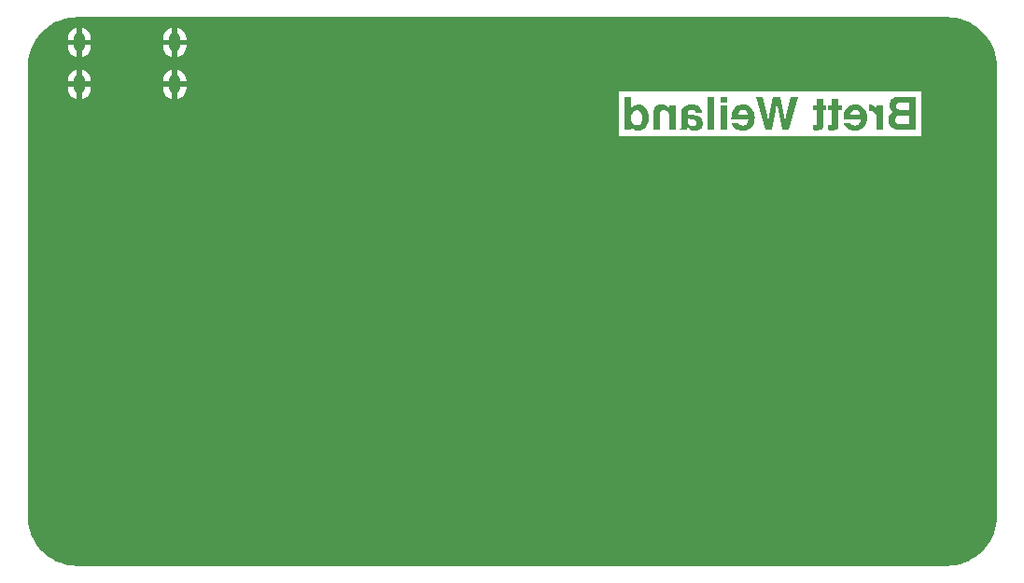
<source format=gbl>
G04 #@! TF.GenerationSoftware,KiCad,Pcbnew,9.0.3*
G04 #@! TF.CreationDate,2025-08-27T19:31:24-05:00*
G04 #@! TF.ProjectId,stm32card,73746d33-3263-4617-9264-2e6b69636164,rev?*
G04 #@! TF.SameCoordinates,Original*
G04 #@! TF.FileFunction,Copper,L2,Bot*
G04 #@! TF.FilePolarity,Positive*
%FSLAX46Y46*%
G04 Gerber Fmt 4.6, Leading zero omitted, Abs format (unit mm)*
G04 Created by KiCad (PCBNEW 9.0.3) date 2025-08-27 19:31:24*
%MOMM*%
%LPD*%
G01*
G04 APERTURE LIST*
%ADD10C,0.200000*%
G04 #@! TA.AperFunction,ComponentPad*
%ADD11O,1.100000X1.700000*%
G04 #@! TD*
G04 #@! TA.AperFunction,ViaPad*
%ADD12C,0.600000*%
G04 #@! TD*
G04 APERTURE END LIST*
D10*
G36*
X213619333Y-92270705D02*
G01*
X212250413Y-92270705D01*
X212023575Y-92260135D01*
X211821034Y-92229855D01*
X211634163Y-92170521D01*
X211477751Y-92078363D01*
X211359708Y-91971345D01*
X211262512Y-91841142D01*
X211187838Y-91694214D01*
X211142737Y-91534985D01*
X211127324Y-91360289D01*
X211130436Y-91322554D01*
X211764614Y-91322554D01*
X211778905Y-91459025D01*
X211818016Y-91563128D01*
X211879502Y-91642460D01*
X211965382Y-91701374D01*
X212088427Y-91739735D01*
X212274960Y-91754864D01*
X213016847Y-91754864D01*
X213016847Y-90945931D01*
X212264702Y-90945931D01*
X212079947Y-90961569D01*
X211959337Y-90997405D01*
X211874093Y-91050951D01*
X211814701Y-91120608D01*
X211777855Y-91209199D01*
X211764614Y-91322554D01*
X211130436Y-91322554D01*
X211141320Y-91190562D01*
X211181188Y-91044713D01*
X211245293Y-90918454D01*
X211334643Y-90809722D01*
X211449641Y-90721289D01*
X211594621Y-90652474D01*
X211456480Y-90566392D01*
X211365094Y-90479550D01*
X211289929Y-90359797D01*
X211242624Y-90213143D01*
X211231499Y-90094501D01*
X211828179Y-90094501D01*
X211843751Y-90217536D01*
X211885674Y-90304646D01*
X211952193Y-90365427D01*
X212038178Y-90406127D01*
X212144242Y-90432341D01*
X212274960Y-90441814D01*
X213016847Y-90441814D01*
X213016847Y-89761842D01*
X212352812Y-89761842D01*
X212143894Y-89775141D01*
X211992127Y-89810019D01*
X211902689Y-89870566D01*
X211848263Y-89961633D01*
X211828179Y-90094501D01*
X211231499Y-90094501D01*
X211225693Y-90032585D01*
X211241937Y-89857348D01*
X211288701Y-89704379D01*
X211365094Y-89569318D01*
X211463933Y-89461402D01*
X211587120Y-89374568D01*
X211738784Y-89308317D01*
X211924718Y-89264264D01*
X212152045Y-89246001D01*
X213619333Y-89246001D01*
X213619333Y-92270705D01*
G37*
G36*
X209432889Y-89972868D02*
G01*
X209405412Y-89972868D01*
X209355037Y-89972868D01*
X209355037Y-90570774D01*
X209453405Y-90570774D01*
X209523015Y-90570774D01*
X209696953Y-90587649D01*
X209827714Y-90633361D01*
X209925465Y-90704074D01*
X209996540Y-90801034D01*
X210030818Y-90890614D01*
X210054868Y-91019576D01*
X210064135Y-91199822D01*
X210064135Y-92270705D01*
X210652332Y-92270705D01*
X210652332Y-90031486D01*
X210094909Y-90031486D01*
X210094909Y-90421114D01*
X209957642Y-90216824D01*
X209859154Y-90111903D01*
X209742770Y-90036491D01*
X209602744Y-89989535D01*
X209432889Y-89972868D01*
G37*
G36*
X208362092Y-89993341D02*
G01*
X208562502Y-90052172D01*
X208739088Y-90147920D01*
X208895799Y-90282446D01*
X209018790Y-90444636D01*
X209110258Y-90641878D01*
X209168790Y-90881387D01*
X209189806Y-91172344D01*
X209174170Y-91427066D01*
X209130759Y-91637052D01*
X209063537Y-91809719D01*
X208974580Y-91951246D01*
X208863925Y-92066273D01*
X208693376Y-92187269D01*
X208512949Y-92272353D01*
X208320163Y-92323611D01*
X208111779Y-92341046D01*
X207904787Y-92326698D01*
X207724762Y-92285798D01*
X207567483Y-92220417D01*
X207429541Y-92131022D01*
X207308526Y-92016448D01*
X207198426Y-91872951D01*
X207131938Y-91739946D01*
X207101530Y-91614180D01*
X207697971Y-91614180D01*
X207750630Y-91705204D01*
X207806598Y-91768969D01*
X207887123Y-91825193D01*
X207983330Y-91859859D01*
X208099506Y-91872100D01*
X208210249Y-91862117D01*
X208306341Y-91833479D01*
X208390583Y-91786920D01*
X208474071Y-91710836D01*
X208537679Y-91610077D01*
X208581271Y-91478943D01*
X208601608Y-91309365D01*
X207072770Y-91309365D01*
X207076134Y-91037744D01*
X207086374Y-90922484D01*
X207679470Y-90922484D01*
X208587320Y-90922484D01*
X208557152Y-90782510D01*
X208509890Y-90669960D01*
X208447003Y-90579933D01*
X208364785Y-90511157D01*
X208261961Y-90468703D01*
X208132296Y-90453538D01*
X208012738Y-90467260D01*
X207909844Y-90506909D01*
X207819787Y-90572789D01*
X207750829Y-90660053D01*
X207703342Y-90774141D01*
X207679470Y-90922484D01*
X207086374Y-90922484D01*
X207091272Y-90867346D01*
X207128432Y-90696543D01*
X207185323Y-90543822D01*
X207261448Y-90406826D01*
X207368983Y-90268109D01*
X207491493Y-90159256D01*
X207630377Y-90077282D01*
X207782426Y-90020132D01*
X207948897Y-89984984D01*
X208132296Y-89972868D01*
X208362092Y-89993341D01*
G37*
G36*
X206910105Y-90465261D02*
G01*
X206910105Y-90054933D01*
X206598695Y-90054933D01*
X206598695Y-89421856D01*
X206020755Y-89421856D01*
X206020755Y-90054933D01*
X205657872Y-90054933D01*
X205657872Y-90465261D01*
X206020755Y-90465261D01*
X206020755Y-91653930D01*
X206009434Y-91777784D01*
X205985951Y-91826305D01*
X205932274Y-91848709D01*
X205772727Y-91860377D01*
X205716307Y-91857446D01*
X205657872Y-91848653D01*
X205657872Y-92282428D01*
X205934660Y-92305875D01*
X206149436Y-92299948D01*
X206307086Y-92270301D01*
X206420574Y-92223031D01*
X206500326Y-92161345D01*
X206552084Y-92087795D01*
X206586023Y-91986911D01*
X206598695Y-91849935D01*
X206598695Y-90465261D01*
X206910105Y-90465261D01*
G37*
G36*
X205512059Y-90465261D02*
G01*
X205512059Y-90054933D01*
X205200649Y-90054933D01*
X205200649Y-89421856D01*
X204622709Y-89421856D01*
X204622709Y-90054933D01*
X204259825Y-90054933D01*
X204259825Y-90465261D01*
X204622709Y-90465261D01*
X204622709Y-91653930D01*
X204611388Y-91777784D01*
X204587905Y-91826305D01*
X204534228Y-91848709D01*
X204374681Y-91860377D01*
X204318261Y-91857446D01*
X204259825Y-91848653D01*
X204259825Y-92282428D01*
X204536614Y-92305875D01*
X204751390Y-92299948D01*
X204909040Y-92270301D01*
X205022527Y-92223031D01*
X205102280Y-92161345D01*
X205154038Y-92087795D01*
X205187977Y-91986911D01*
X205200649Y-91849935D01*
X205200649Y-90465261D01*
X205512059Y-90465261D01*
G37*
G36*
X202258927Y-89246001D02*
G01*
X201859224Y-90977988D01*
X201773311Y-91460124D01*
X201685201Y-90988246D01*
X201344848Y-89246001D01*
X200678798Y-89246001D01*
X200320310Y-90977988D01*
X200227987Y-91460124D01*
X200135846Y-90996306D01*
X199732113Y-89246001D01*
X199090609Y-89246001D01*
X199941123Y-92270705D01*
X200543609Y-92270705D01*
X200908325Y-90501898D01*
X201014937Y-89916997D01*
X201121549Y-90501898D01*
X201486265Y-92270705D01*
X202072448Y-92270705D01*
X202929007Y-89246001D01*
X202258927Y-89246001D01*
G37*
G36*
X198177165Y-89993341D02*
G01*
X198377575Y-90052172D01*
X198554161Y-90147920D01*
X198710872Y-90282446D01*
X198833864Y-90444636D01*
X198925331Y-90641878D01*
X198983863Y-90881387D01*
X199004880Y-91172344D01*
X198989244Y-91427066D01*
X198945833Y-91637052D01*
X198878611Y-91809719D01*
X198789653Y-91951246D01*
X198678999Y-92066273D01*
X198508450Y-92187269D01*
X198328022Y-92272353D01*
X198135236Y-92323611D01*
X197926853Y-92341046D01*
X197719860Y-92326698D01*
X197539835Y-92285798D01*
X197382556Y-92220417D01*
X197244614Y-92131022D01*
X197123599Y-92016448D01*
X197013499Y-91872951D01*
X196947011Y-91739946D01*
X196916603Y-91614180D01*
X197513044Y-91614180D01*
X197565703Y-91705204D01*
X197621671Y-91768969D01*
X197702196Y-91825193D01*
X197798403Y-91859859D01*
X197914579Y-91872100D01*
X198025322Y-91862117D01*
X198121414Y-91833479D01*
X198205656Y-91786920D01*
X198289145Y-91710836D01*
X198352752Y-91610077D01*
X198396344Y-91478943D01*
X198416682Y-91309365D01*
X196887844Y-91309365D01*
X196891208Y-91037744D01*
X196901447Y-90922484D01*
X197494543Y-90922484D01*
X198402393Y-90922484D01*
X198372225Y-90782510D01*
X198324963Y-90669960D01*
X198262076Y-90579933D01*
X198179858Y-90511157D01*
X198077034Y-90468703D01*
X197947369Y-90453538D01*
X197827811Y-90467260D01*
X197724917Y-90506909D01*
X197634860Y-90572789D01*
X197565902Y-90660053D01*
X197518416Y-90774141D01*
X197494543Y-90922484D01*
X196901447Y-90922484D01*
X196906345Y-90867346D01*
X196943506Y-90696543D01*
X197000396Y-90543822D01*
X197076521Y-90406826D01*
X197184056Y-90268109D01*
X197306566Y-90159256D01*
X197445450Y-90077282D01*
X197597500Y-90020132D01*
X197763970Y-89984984D01*
X197947369Y-89972868D01*
X198177165Y-89993341D01*
G37*
G36*
X195895180Y-89773566D02*
G01*
X196487407Y-89773566D01*
X196487407Y-89246001D01*
X195895180Y-89246001D01*
X195895180Y-89773566D01*
G37*
G36*
X196487407Y-90031486D02*
G01*
X195895180Y-90031486D01*
X195895180Y-92270705D01*
X196487407Y-92270705D01*
X196487407Y-90031486D01*
G37*
G36*
X194732706Y-92270705D02*
G01*
X195316874Y-92270705D01*
X195316874Y-89246001D01*
X194732706Y-89246001D01*
X194732706Y-92270705D01*
G37*
G36*
X193516265Y-89987225D02*
G01*
X193705324Y-90026817D01*
X193858133Y-90087679D01*
X193980988Y-90167716D01*
X194078562Y-90266875D01*
X194159212Y-90398906D01*
X194214484Y-90556941D01*
X194242510Y-90746629D01*
X193679042Y-90746629D01*
X193646725Y-90628056D01*
X193596977Y-90543480D01*
X193532232Y-90490307D01*
X193438148Y-90455155D01*
X193304068Y-90441814D01*
X193132188Y-90456869D01*
X193024349Y-90494387D01*
X192972718Y-90537195D01*
X192940713Y-90598520D01*
X192928911Y-90685080D01*
X192942235Y-90752852D01*
X192981828Y-90807462D01*
X193053841Y-90852142D01*
X193135637Y-90878003D01*
X193285567Y-90903799D01*
X193484320Y-90928529D01*
X193709282Y-90967788D01*
X193876138Y-91016944D01*
X193996680Y-91072877D01*
X194110715Y-91155974D01*
X194197832Y-91254879D01*
X194260880Y-91371442D01*
X194300349Y-91509185D01*
X194314318Y-91672981D01*
X194300712Y-91830700D01*
X194262354Y-91962542D01*
X194201174Y-92073417D01*
X194116664Y-92166840D01*
X193976008Y-92262138D01*
X193811127Y-92320559D01*
X193615478Y-92341046D01*
X193459894Y-92328599D01*
X193318670Y-92292337D01*
X193189213Y-92232786D01*
X193040128Y-92130957D01*
X192910410Y-92010403D01*
X192894107Y-92144675D01*
X192857287Y-92270705D01*
X192221828Y-92270705D01*
X192221828Y-92200363D01*
X192273326Y-92167659D01*
X192308107Y-92129471D01*
X192329072Y-92075992D01*
X192342912Y-91965889D01*
X192346942Y-91705404D01*
X192346942Y-91397292D01*
X192930926Y-91397292D01*
X192945901Y-91546778D01*
X192980208Y-91659903D01*
X193030462Y-91744612D01*
X193095973Y-91806704D01*
X193206125Y-91869520D01*
X193321132Y-91906562D01*
X193443287Y-91918995D01*
X193554541Y-91901642D01*
X193645153Y-91851401D01*
X193689211Y-91800451D01*
X193717579Y-91729629D01*
X193728135Y-91632132D01*
X193712373Y-91526191D01*
X193667826Y-91444358D01*
X193592947Y-91380623D01*
X193498811Y-91340175D01*
X193328615Y-91299473D01*
X193197456Y-91274560D01*
X193042667Y-91234077D01*
X192930926Y-91176924D01*
X192930926Y-91397292D01*
X192346942Y-91397292D01*
X192346942Y-90672257D01*
X192367323Y-90473096D01*
X192423044Y-90321083D01*
X192510377Y-90205228D01*
X192631790Y-90119047D01*
X192826549Y-90039167D01*
X193042432Y-89989917D01*
X193283369Y-89972868D01*
X193516265Y-89987225D01*
G37*
G36*
X190591874Y-89972868D02*
G01*
X190367256Y-89994407D01*
X190181000Y-90055174D01*
X190025291Y-90152753D01*
X189934468Y-90249844D01*
X189866095Y-90377295D01*
X189821371Y-90542565D01*
X189804923Y-90755605D01*
X189804923Y-92270705D01*
X190403379Y-92270705D01*
X190403379Y-90900136D01*
X190416822Y-90733684D01*
X190450457Y-90627194D01*
X190501654Y-90552882D01*
X190570417Y-90499695D01*
X190660479Y-90465884D01*
X190778353Y-90453538D01*
X190919887Y-90470629D01*
X191030853Y-90518357D01*
X191118505Y-90595789D01*
X191186116Y-90707795D01*
X191227745Y-90852848D01*
X191243452Y-91051078D01*
X191243452Y-92270705D01*
X191825605Y-92270705D01*
X191825605Y-90031486D01*
X191261954Y-90031486D01*
X191261954Y-90352604D01*
X191145471Y-90198058D01*
X191048913Y-90106957D01*
X190922372Y-90034347D01*
X190771945Y-89988954D01*
X190591874Y-89972868D01*
G37*
G36*
X187824358Y-90312671D02*
G01*
X187938090Y-90170009D01*
X188080630Y-90062993D01*
X188188975Y-90013556D01*
X188308368Y-89983300D01*
X188441132Y-89972868D01*
X188654658Y-89994356D01*
X188839573Y-90056210D01*
X189001844Y-90157715D01*
X189145284Y-90302412D01*
X189255200Y-90472169D01*
X189337298Y-90674979D01*
X189389768Y-90917164D01*
X189408517Y-91206416D01*
X189390354Y-91453878D01*
X189338511Y-91669119D01*
X189255364Y-91857397D01*
X189141071Y-92022859D01*
X188996038Y-92164897D01*
X188840020Y-92262750D01*
X188670207Y-92321146D01*
X188482165Y-92341046D01*
X188325753Y-92330287D01*
X188194675Y-92300127D01*
X188084660Y-92252753D01*
X187985651Y-92185164D01*
X187890840Y-92092269D01*
X187799811Y-91969919D01*
X187799811Y-92270705D01*
X187232130Y-92270705D01*
X187232130Y-91190113D01*
X187808055Y-91190113D01*
X187823852Y-91384248D01*
X187867901Y-91543207D01*
X187937198Y-91673714D01*
X188008989Y-91755203D01*
X188093788Y-91812599D01*
X188194129Y-91847936D01*
X188314187Y-91860377D01*
X188434284Y-91847765D01*
X188533272Y-91812123D01*
X188615685Y-91754442D01*
X188684215Y-91672615D01*
X188748872Y-91541856D01*
X188790780Y-91377498D01*
X188806031Y-91171429D01*
X188791559Y-90980895D01*
X188750801Y-90820481D01*
X188686230Y-90684897D01*
X188618097Y-90599414D01*
X188534979Y-90539210D01*
X188433997Y-90501942D01*
X188310157Y-90488709D01*
X188202113Y-90500837D01*
X188104652Y-90536503D01*
X188015051Y-90596603D01*
X187930112Y-90692177D01*
X187865801Y-90817653D01*
X187823595Y-90980415D01*
X187808055Y-91190113D01*
X187232130Y-91190113D01*
X187232130Y-89246001D01*
X187824358Y-89246001D01*
X187824358Y-90312671D01*
G37*
D11*
X146394466Y-88130000D03*
X146394466Y-84330000D03*
X137754466Y-84330000D03*
X137754466Y-88130000D03*
D12*
X152733145Y-91722173D03*
X165465476Y-126728439D03*
X159063103Y-114460088D03*
X175096858Y-121986131D03*
X169308377Y-124587949D03*
X156894461Y-111915048D03*
X177516540Y-116398550D03*
X153583169Y-93042776D03*
X182290644Y-120535261D03*
X160764492Y-107195974D03*
X155690517Y-126299413D03*
X152704834Y-94368118D03*
X170102016Y-128697514D03*
X142831133Y-92805534D03*
X182194361Y-122410210D03*
X176171148Y-106135534D03*
X152965298Y-118172420D03*
X182306799Y-118016635D03*
X156196469Y-89651848D03*
X157340350Y-120669500D03*
X158991448Y-118105482D03*
X144821338Y-86750857D03*
X154444650Y-91732484D03*
X156779032Y-99246136D03*
X153357396Y-116219587D03*
X141331133Y-92805534D03*
X152658799Y-109382017D03*
X174229170Y-125388031D03*
X172947746Y-102648389D03*
X216827776Y-86625361D03*
X158972471Y-111099870D03*
X165634415Y-118586961D03*
X149420397Y-92893553D03*
X161020748Y-121316201D03*
X139328918Y-86794310D03*
X181015522Y-123111621D03*
X177215329Y-128485724D03*
X170414228Y-115484524D03*
X154408893Y-94360958D03*
G04 #@! TA.AperFunction,Conductor*
G36*
X216398577Y-82036035D02*
G01*
X216461765Y-82036034D01*
X216467172Y-82036152D01*
X216851240Y-82052917D01*
X216861977Y-82053857D01*
X217240446Y-82103682D01*
X217251065Y-82105554D01*
X217623762Y-82188176D01*
X217634176Y-82190967D01*
X217998246Y-82305756D01*
X218008381Y-82309445D01*
X218361045Y-82455522D01*
X218370845Y-82460092D01*
X218709416Y-82636340D01*
X218718783Y-82641747D01*
X219040698Y-82846829D01*
X219040719Y-82846842D01*
X219049580Y-82853047D01*
X219352404Y-83085412D01*
X219360685Y-83092361D01*
X219642110Y-83350240D01*
X219649759Y-83357889D01*
X219907638Y-83639314D01*
X219914592Y-83647601D01*
X220146952Y-83950419D01*
X220153157Y-83959280D01*
X220358251Y-84281215D01*
X220363659Y-84290583D01*
X220539907Y-84629154D01*
X220544479Y-84638959D01*
X220690548Y-84991603D01*
X220694247Y-85001766D01*
X220788070Y-85299339D01*
X220809027Y-85365805D01*
X220811827Y-85376254D01*
X220894442Y-85748917D01*
X220896320Y-85759571D01*
X220946139Y-86138002D01*
X220947082Y-86148778D01*
X220963847Y-86532827D01*
X220963965Y-86538233D01*
X220963965Y-86571484D01*
X220963965Y-86601423D01*
X220963965Y-86601425D01*
X220963966Y-86611417D01*
X220963966Y-127332823D01*
X220963848Y-127338233D01*
X220947077Y-127722279D01*
X220946134Y-127733055D01*
X220896311Y-128111489D01*
X220894433Y-128122142D01*
X220811814Y-128494804D01*
X220809014Y-128505253D01*
X220694232Y-128869290D01*
X220690532Y-128879455D01*
X220544459Y-129232105D01*
X220539887Y-129241909D01*
X220363636Y-129580485D01*
X220358227Y-129589853D01*
X220153142Y-129911771D01*
X220146938Y-129920632D01*
X219914572Y-130223458D01*
X219907619Y-130231745D01*
X219649741Y-130513171D01*
X219642092Y-130520820D01*
X219360667Y-130778701D01*
X219352380Y-130785654D01*
X219049563Y-131018016D01*
X219040702Y-131024221D01*
X218718776Y-131229313D01*
X218709407Y-131234722D01*
X218370833Y-131410975D01*
X218361030Y-131415547D01*
X218008371Y-131561626D01*
X217998206Y-131565325D01*
X217634180Y-131680107D01*
X217623731Y-131682907D01*
X217251086Y-131765524D01*
X217240433Y-131767403D01*
X216861981Y-131817232D01*
X216851205Y-131818175D01*
X216514504Y-131832880D01*
X216467892Y-131834916D01*
X216462484Y-131835034D01*
X137567177Y-131835034D01*
X137561767Y-131834916D01*
X137177714Y-131818145D01*
X137166938Y-131817202D01*
X136788514Y-131767379D01*
X136777861Y-131765501D01*
X136405199Y-131682882D01*
X136394750Y-131680082D01*
X136030714Y-131565300D01*
X136020549Y-131561600D01*
X135667901Y-131415527D01*
X135658097Y-131410955D01*
X135319523Y-131234704D01*
X135310155Y-131229295D01*
X134988244Y-131024214D01*
X134979383Y-131018010D01*
X134676540Y-130785630D01*
X134668253Y-130778676D01*
X134386840Y-130520808D01*
X134379191Y-130513159D01*
X134121323Y-130231746D01*
X134114369Y-130223459D01*
X133881989Y-129920616D01*
X133875785Y-129911755D01*
X133670704Y-129589844D01*
X133665295Y-129580476D01*
X133489044Y-129241902D01*
X133484472Y-129232098D01*
X133454992Y-129160927D01*
X133338396Y-128879443D01*
X133334699Y-128869285D01*
X133219917Y-128505249D01*
X133217117Y-128494800D01*
X133134493Y-128122114D01*
X133132623Y-128111511D01*
X133082794Y-127733040D01*
X133081854Y-127722294D01*
X133065084Y-127338233D01*
X133064966Y-127332824D01*
X133064966Y-92846534D01*
X186726630Y-92846534D01*
X214124833Y-92846534D01*
X214124833Y-88740501D01*
X186726630Y-88740501D01*
X186726630Y-92846534D01*
X133064966Y-92846534D01*
X133064966Y-87726579D01*
X136704466Y-87726579D01*
X136704466Y-87880000D01*
X137454466Y-87880000D01*
X137454466Y-88380000D01*
X136704466Y-88380000D01*
X136704466Y-88533420D01*
X136744814Y-88736266D01*
X136744816Y-88736274D01*
X136823966Y-88927358D01*
X136823971Y-88927368D01*
X136938876Y-89099335D01*
X136938879Y-89099339D01*
X137085126Y-89245586D01*
X137085130Y-89245589D01*
X137257097Y-89360494D01*
X137257107Y-89360499D01*
X137448189Y-89439648D01*
X137448191Y-89439649D01*
X137504466Y-89450842D01*
X137504466Y-88596988D01*
X137514406Y-88614205D01*
X137570261Y-88670060D01*
X137638670Y-88709556D01*
X137714970Y-88730000D01*
X137793962Y-88730000D01*
X137870262Y-88709556D01*
X137938671Y-88670060D01*
X137994526Y-88614205D01*
X138004466Y-88596988D01*
X138004466Y-89450842D01*
X138060740Y-89439649D01*
X138060742Y-89439648D01*
X138251824Y-89360499D01*
X138251834Y-89360494D01*
X138423801Y-89245589D01*
X138423805Y-89245586D01*
X138570052Y-89099339D01*
X138570055Y-89099335D01*
X138684960Y-88927368D01*
X138684965Y-88927358D01*
X138764115Y-88736274D01*
X138764117Y-88736266D01*
X138804465Y-88533420D01*
X138804466Y-88533417D01*
X138804466Y-88380000D01*
X138054466Y-88380000D01*
X138054466Y-87880000D01*
X138804466Y-87880000D01*
X138804466Y-87726583D01*
X138804465Y-87726579D01*
X145344466Y-87726579D01*
X145344466Y-87880000D01*
X146094466Y-87880000D01*
X146094466Y-88380000D01*
X145344466Y-88380000D01*
X145344466Y-88533420D01*
X145384814Y-88736266D01*
X145384816Y-88736274D01*
X145463966Y-88927358D01*
X145463971Y-88927368D01*
X145578876Y-89099335D01*
X145578879Y-89099339D01*
X145725126Y-89245586D01*
X145725130Y-89245589D01*
X145897097Y-89360494D01*
X145897107Y-89360499D01*
X146088189Y-89439648D01*
X146088191Y-89439649D01*
X146144466Y-89450842D01*
X146144466Y-88596988D01*
X146154406Y-88614205D01*
X146210261Y-88670060D01*
X146278670Y-88709556D01*
X146354970Y-88730000D01*
X146433962Y-88730000D01*
X146510262Y-88709556D01*
X146578671Y-88670060D01*
X146634526Y-88614205D01*
X146644466Y-88596988D01*
X146644466Y-89450842D01*
X146700740Y-89439649D01*
X146700742Y-89439648D01*
X146891824Y-89360499D01*
X146891834Y-89360494D01*
X147063801Y-89245589D01*
X147063805Y-89245586D01*
X147210052Y-89099339D01*
X147210055Y-89099335D01*
X147324960Y-88927368D01*
X147324965Y-88927358D01*
X147404115Y-88736274D01*
X147404117Y-88736266D01*
X147418298Y-88664977D01*
X147418303Y-88664949D01*
X147444466Y-88533414D01*
X147444466Y-88380000D01*
X146694466Y-88380000D01*
X146694466Y-87880000D01*
X147444466Y-87880000D01*
X147444466Y-87726583D01*
X147444465Y-87726579D01*
X147404117Y-87523733D01*
X147404115Y-87523725D01*
X147324965Y-87332641D01*
X147324960Y-87332631D01*
X147210055Y-87160664D01*
X147210052Y-87160660D01*
X147063805Y-87014413D01*
X147063801Y-87014410D01*
X146891834Y-86899505D01*
X146891824Y-86899500D01*
X146700738Y-86820349D01*
X146700733Y-86820347D01*
X146644466Y-86809155D01*
X146644466Y-87663011D01*
X146634526Y-87645795D01*
X146578671Y-87589940D01*
X146510262Y-87550444D01*
X146433962Y-87530000D01*
X146354970Y-87530000D01*
X146278670Y-87550444D01*
X146210261Y-87589940D01*
X146154406Y-87645795D01*
X146144466Y-87663011D01*
X146144466Y-86809156D01*
X146144465Y-86809155D01*
X146088198Y-86820347D01*
X146088193Y-86820349D01*
X145897107Y-86899500D01*
X145897097Y-86899505D01*
X145725130Y-87014410D01*
X145725126Y-87014413D01*
X145578879Y-87160660D01*
X145578876Y-87160664D01*
X145463971Y-87332631D01*
X145463966Y-87332641D01*
X145384816Y-87523725D01*
X145384814Y-87523733D01*
X145344466Y-87726579D01*
X138804465Y-87726579D01*
X138764117Y-87523733D01*
X138764115Y-87523725D01*
X138684965Y-87332641D01*
X138684960Y-87332631D01*
X138570055Y-87160664D01*
X138570052Y-87160660D01*
X138423805Y-87014413D01*
X138423801Y-87014410D01*
X138251834Y-86899505D01*
X138251824Y-86899500D01*
X138060738Y-86820349D01*
X138060733Y-86820347D01*
X138004466Y-86809155D01*
X138004466Y-87663011D01*
X137994526Y-87645795D01*
X137938671Y-87589940D01*
X137870262Y-87550444D01*
X137793962Y-87530000D01*
X137714970Y-87530000D01*
X137638670Y-87550444D01*
X137570261Y-87589940D01*
X137514406Y-87645795D01*
X137504466Y-87663011D01*
X137504466Y-86809156D01*
X137504465Y-86809155D01*
X137448198Y-86820347D01*
X137448193Y-86820349D01*
X137257107Y-86899500D01*
X137257097Y-86899505D01*
X137085130Y-87014410D01*
X137085126Y-87014413D01*
X136938879Y-87160660D01*
X136938876Y-87160664D01*
X136823971Y-87332631D01*
X136823966Y-87332641D01*
X136744816Y-87523725D01*
X136744814Y-87523733D01*
X136704466Y-87726579D01*
X133064966Y-87726579D01*
X133064966Y-86601421D01*
X133064967Y-86601418D01*
X133064966Y-86538225D01*
X133065084Y-86532821D01*
X133081846Y-86148771D01*
X133082789Y-86137995D01*
X133132607Y-85759546D01*
X133134478Y-85748931D01*
X133217096Y-85376244D01*
X133219896Y-85365797D01*
X133334675Y-85001751D01*
X133338358Y-84991628D01*
X133484452Y-84638918D01*
X133488997Y-84629171D01*
X133665267Y-84290553D01*
X133670660Y-84281212D01*
X133875767Y-83959255D01*
X133881957Y-83950416D01*
X133900248Y-83926579D01*
X136704466Y-83926579D01*
X136704466Y-84080000D01*
X137454466Y-84080000D01*
X137454466Y-84580000D01*
X136704466Y-84580000D01*
X136704466Y-84733420D01*
X136744814Y-84936266D01*
X136744816Y-84936274D01*
X136823966Y-85127358D01*
X136823971Y-85127368D01*
X136938876Y-85299335D01*
X136938879Y-85299339D01*
X137085126Y-85445586D01*
X137085130Y-85445589D01*
X137257097Y-85560494D01*
X137257107Y-85560499D01*
X137448189Y-85639648D01*
X137448191Y-85639649D01*
X137504466Y-85650842D01*
X137504466Y-84796988D01*
X137514406Y-84814205D01*
X137570261Y-84870060D01*
X137638670Y-84909556D01*
X137714970Y-84930000D01*
X137793962Y-84930000D01*
X137870262Y-84909556D01*
X137938671Y-84870060D01*
X137994526Y-84814205D01*
X138004466Y-84796988D01*
X138004466Y-85650842D01*
X138060740Y-85639649D01*
X138060742Y-85639648D01*
X138251824Y-85560499D01*
X138251834Y-85560494D01*
X138423801Y-85445589D01*
X138423805Y-85445586D01*
X138570052Y-85299339D01*
X138570055Y-85299335D01*
X138684960Y-85127368D01*
X138684965Y-85127358D01*
X138764115Y-84936274D01*
X138764117Y-84936266D01*
X138804465Y-84733420D01*
X138804466Y-84733417D01*
X138804466Y-84580000D01*
X138054466Y-84580000D01*
X138054466Y-84080000D01*
X138804466Y-84080000D01*
X138804466Y-83926583D01*
X138804465Y-83926579D01*
X145344466Y-83926579D01*
X145344466Y-84080000D01*
X146094466Y-84080000D01*
X146094466Y-84580000D01*
X145344466Y-84580000D01*
X145344466Y-84733420D01*
X145384814Y-84936266D01*
X145384816Y-84936274D01*
X145463966Y-85127358D01*
X145463971Y-85127368D01*
X145578876Y-85299335D01*
X145578879Y-85299339D01*
X145725126Y-85445586D01*
X145725130Y-85445589D01*
X145897097Y-85560494D01*
X145897107Y-85560499D01*
X146088189Y-85639648D01*
X146088191Y-85639649D01*
X146144466Y-85650842D01*
X146144466Y-84796988D01*
X146154406Y-84814205D01*
X146210261Y-84870060D01*
X146278670Y-84909556D01*
X146354970Y-84930000D01*
X146433962Y-84930000D01*
X146510262Y-84909556D01*
X146578671Y-84870060D01*
X146634526Y-84814205D01*
X146644466Y-84796988D01*
X146644466Y-85650842D01*
X146700740Y-85639649D01*
X146700742Y-85639648D01*
X146891824Y-85560499D01*
X146891834Y-85560494D01*
X147063801Y-85445589D01*
X147063805Y-85445586D01*
X147210052Y-85299339D01*
X147210055Y-85299335D01*
X147324960Y-85127368D01*
X147324965Y-85127358D01*
X147404115Y-84936274D01*
X147404117Y-84936266D01*
X147444465Y-84733420D01*
X147444466Y-84733417D01*
X147444466Y-84580000D01*
X146694466Y-84580000D01*
X146694466Y-84080000D01*
X147444466Y-84080000D01*
X147444466Y-83926583D01*
X147444465Y-83926579D01*
X147404117Y-83723733D01*
X147404115Y-83723725D01*
X147324965Y-83532641D01*
X147324960Y-83532631D01*
X147210055Y-83360664D01*
X147210052Y-83360660D01*
X147063805Y-83214413D01*
X147063801Y-83214410D01*
X146891834Y-83099505D01*
X146891824Y-83099500D01*
X146700738Y-83020349D01*
X146700733Y-83020347D01*
X146644466Y-83009155D01*
X146644466Y-83863011D01*
X146634526Y-83845795D01*
X146578671Y-83789940D01*
X146510262Y-83750444D01*
X146433962Y-83730000D01*
X146354970Y-83730000D01*
X146278670Y-83750444D01*
X146210261Y-83789940D01*
X146154406Y-83845795D01*
X146144466Y-83863011D01*
X146144466Y-83009156D01*
X146144465Y-83009155D01*
X146088198Y-83020347D01*
X146088193Y-83020349D01*
X145897107Y-83099500D01*
X145897097Y-83099505D01*
X145725130Y-83214410D01*
X145725126Y-83214413D01*
X145578879Y-83360660D01*
X145578876Y-83360664D01*
X145463971Y-83532631D01*
X145463966Y-83532641D01*
X145384816Y-83723725D01*
X145384814Y-83723733D01*
X145344466Y-83926579D01*
X138804465Y-83926579D01*
X138764117Y-83723733D01*
X138764115Y-83723725D01*
X138684965Y-83532641D01*
X138684960Y-83532631D01*
X138570055Y-83360664D01*
X138570052Y-83360660D01*
X138423805Y-83214413D01*
X138423801Y-83214410D01*
X138251834Y-83099505D01*
X138251824Y-83099500D01*
X138060738Y-83020349D01*
X138060733Y-83020347D01*
X138004466Y-83009155D01*
X138004466Y-83863011D01*
X137994526Y-83845795D01*
X137938671Y-83789940D01*
X137870262Y-83750444D01*
X137793962Y-83730000D01*
X137714970Y-83730000D01*
X137638670Y-83750444D01*
X137570261Y-83789940D01*
X137514406Y-83845795D01*
X137504466Y-83863011D01*
X137504466Y-83009156D01*
X137504465Y-83009155D01*
X137448198Y-83020347D01*
X137448193Y-83020349D01*
X137257107Y-83099500D01*
X137257097Y-83099505D01*
X137085130Y-83214410D01*
X137085126Y-83214413D01*
X136938879Y-83360660D01*
X136938876Y-83360664D01*
X136823971Y-83532631D01*
X136823966Y-83532641D01*
X136744816Y-83723725D01*
X136744814Y-83723733D01*
X136704466Y-83926579D01*
X133900248Y-83926579D01*
X134114328Y-83647583D01*
X134121278Y-83639300D01*
X134379167Y-83357862D01*
X134386793Y-83350236D01*
X134668235Y-83092343D01*
X134676519Y-83085394D01*
X134761288Y-83020349D01*
X134979348Y-82853026D01*
X134988187Y-82846836D01*
X135310144Y-82641729D01*
X135319485Y-82636336D01*
X135658094Y-82460070D01*
X135667853Y-82455520D01*
X136020560Y-82309427D01*
X136030683Y-82305744D01*
X136394731Y-82190964D01*
X136405178Y-82188165D01*
X136777862Y-82105548D01*
X136788477Y-82103677D01*
X137166930Y-82053858D01*
X137177699Y-82052916D01*
X137561803Y-82036151D01*
X137567202Y-82036034D01*
X137630349Y-82036035D01*
X137630353Y-82036034D01*
X216398573Y-82036034D01*
X216398577Y-82036035D01*
G37*
G04 #@! TD.AperFunction*
M02*

</source>
